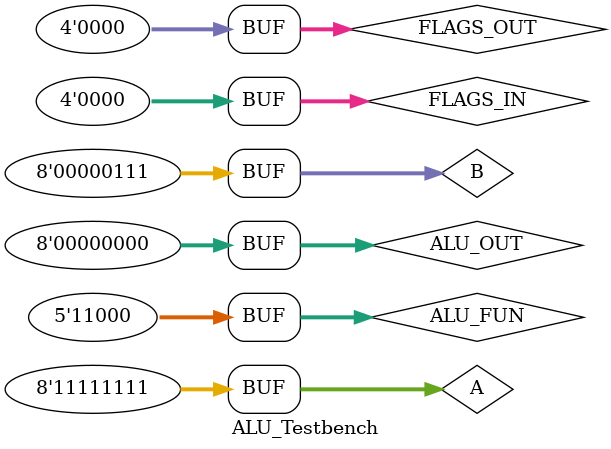
<source format=sv>
`timescale 1ns / 1ps


module ALU_Testbench();

    // Inputs
    logic [4:0] ALU_FUN;
    logic [7:0] A,B;
    logic[3:0] FLAGS_IN;
    
    // Outputs
    logic [7:0] ALU_OUT; 
    logic [3:0] FLAGS_OUT;
    
    // ALU Module Instantiation
    ALU ALU_TB(
        .ALU_FUN(ALU_FUN), .A(A), .B(B), .FLAGS_IN(FLAGS_IN),
        .ALU_OUT(ALU_OUT), .FLAGS_OUT(FLAGS_OUT)
    );
    
    // Local Arithmetic Op-code parameters
    localparam ADD  = 5'b00000;
    localparam ADC  = 5'b00001;
    localparam SUB  = 5'b00010;
    localparam SBC  = 5'b00011;
    localparam AND  = 5'b00100;
    localparam OR   = 5'b00101;
    localparam XOR  = 5'b00110;
    localparam CP   = 5'b00111;
    localparam INC  = 5'b01000;
    localparam DEC  = 5'b01001;  
    localparam SWAP = 5'b01010;
    localparam DAA  = 5'b01011;
    localparam CPL  = 5'b01100;
    localparam CCF  = 5'b01101;
    localparam SCF  = 5'b01110;
    localparam RLC  = 5'b01111;
    localparam RL   = 5'b10000;
    localparam RRC  = 5'b10001;
    localparam RR   = 5'b10010;
    localparam SLA  = 5'b10011;
    localparam SRA  = 5'b10100;
    localparam SRL  = 5'b10101;
    localparam BIT  = 5'b10110;
    localparam SET  = 5'b10111;
    localparam RES  = 5'b11000;
    
    // Flag Register Bits
    // [Z,N,H,C]
    localparam Z_FLAG_SET = 4'b1000;
    localparam N_FLAG_SET = 4'b0100;
    localparam H_FLAG_SET = 4'b0010;
    localparam C_FLAG_SET = 4'b0001;
    localparam ALL_FLAGS_SET = 4'b1111;
    localparam ALL_FLAGS_CLR = 4'b0000;
    
    initial begin
    
        // Initialize values to 0
        ALU_FUN = ADD;
        A = 8'h0;
        B = 8'h0;
        FLAGS_IN = ALL_FLAGS_CLR;
        FLAGS_OUT = ALL_FLAGS_CLR;
        ALU_OUT = 8'h0;
        
        #10;
        // ADD  Test
        A = 8'h45;
        B = 8'h69;
        FLAGS_IN = ALL_FLAGS_CLR;
        ALU_FUN = ADD;
        
        #10;
        // ADC  Test
        A = 8'h45;
        B = 8'h69;
        FLAGS_IN = C_FLAG_SET;
        ALU_FUN = ADC;
        
        #10;
        // SUB  Test
        A = 8'h69;
        B = 8'h45;
        FLAGS_IN = ALL_FLAGS_CLR;
        ALU_FUN = SUB;
        
        #10;
        // SBC  Test
        A = 8'h69;
        B = 8'h45;
        FLAGS_IN = C_FLAG_SET;
        ALU_FUN = SBC;
        
        #10;
        // AND  Test
        A = 8'hff;
        B = 8'h0f;
        FLAGS_IN = N_FLAG_SET;
        ALU_FUN = AND;
        
        
        #10;
        // OR   Test
        A = 8'h1f;
        B = 8'h3a;
        FLAGS_IN = H_FLAG_SET;
        ALU_FUN = OR;        
        
        #10;
        // XOR  Test
        A = 8'h1f;
        B = 8'h3a;
        FLAGS_IN = C_FLAG_SET;
        ALU_FUN = XOR;
        
        #10;
        // CP   Test
        A = 8'h1f;
        B = 8'h3a;
        FLAGS_IN = ALL_FLAGS_CLR;
        ALU_FUN = CP;
    
    
        #10;
        // INC  Test
        A=8'h2f;
        FLAGS_IN = N_FLAG_SET;
        ALU_FUN = INC;
        
        ALU_FUN = INC;    
        
        #10;
        // DEC  Test
        A=8'h1f;
        FLAGS_IN = ALL_FLAGS_CLR;
        ALU_FUN = DEC;
        
        #10;
        // SWAP Test
        A=8'h96;
        FLAGS_IN = C_FLAG_SET;
        ALU_FUN = SWAP;
        
        #10;
        // DAA  Test
        A=8'haf;
        FLAGS_IN = H_FLAG_SET;
        ALU_FUN = DAA;
            
        #10;    
        // CPL   Test
        A=8'h0f;
        FLAGS_IN = ALL_FLAGS_CLR;
        ALU_FUN = CPL;
        
        #10;    
        // CCF  Test
        A=8'h0f;
        FLAGS_IN = ALL_FLAGS_SET;
        ALU_FUN = CCF;
       
        #10; 
        // SCF  Test
        A=8'h0f;
        FLAGS_IN = ALL_FLAGS_CLR;
        ALU_FUN = SCF;
        
        #10;
        // RLC  Test
        A = 8'b10010011;
        B = 8'b00001111;
        FLAGS_IN = ALL_FLAGS_CLR;        
        ALU_FUN = RLC;
        
        #10;
        // RL   Test
        A = 8'b01010011;
        B = 8'b00001111;
        FLAGS_IN = C_FLAG_SET;        
        ALU_FUN = RL;
        
        #10;
        // RRC  Test
        A = 8'b01010011;
        B = 8'b00001111;
        FLAGS_IN = ALL_FLAGS_CLR;        
        ALU_FUN = RRC;
        
        #10;
        // RR   Test
        
        
        #10;
        // SLA  Test
        
        
        #10;
        // SRA  Test
        
        
        #10;
        // SRL  Test
        
        
        #10;
        // BIT  Test
        A = 8'b11110111;
        B = 8'h3;
        ALU_FUN = BIT;
        
        #10;
        // SET  Test
        A = 8'b00001111;
        B = 8'h6;
        ALU_FUN = SET;
        
        #10;
        // RES  Test
        A = 8'b11111111;
        B = 8'h7;
        ALU_FUN = RES;
        
        #10;
     
    end
 
endmodule

</source>
